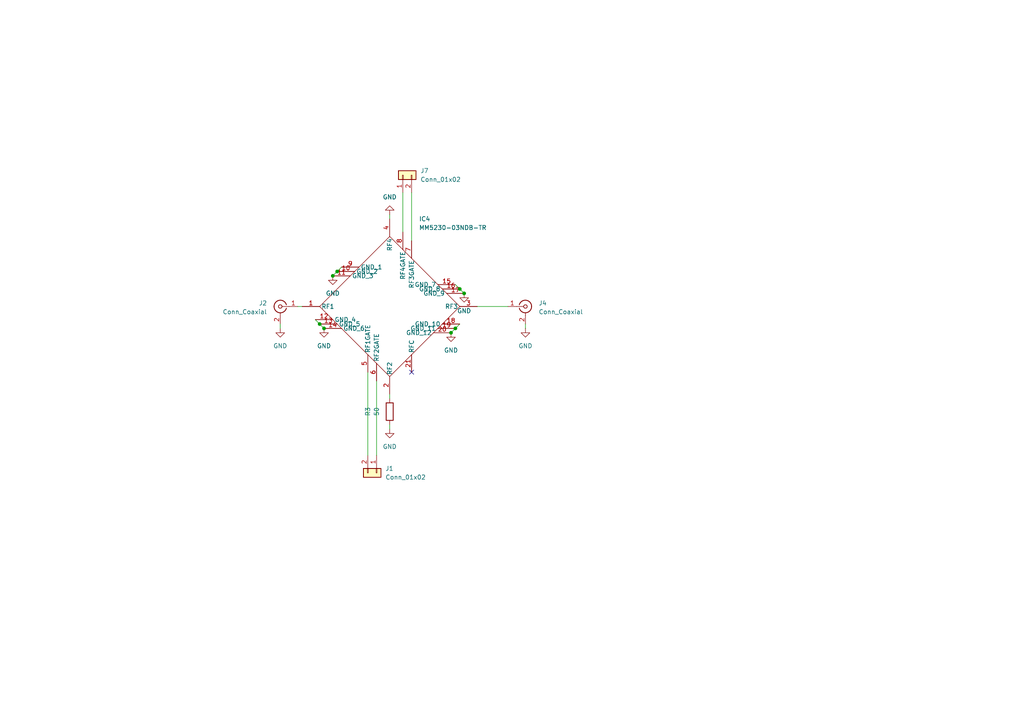
<source format=kicad_sch>
(kicad_sch (version 20250114) (generator "eeschema") (generator_version "9.0")
  (paper "A4")
  (lib_symbols
    (symbol "Connector:Conn_Coaxial" (pin_names (offset 1.016) (hide yes))
      (property "Reference" "J" (at 0.254 3.048 0))
      (property "Value" "Conn_Coaxial" (at 2.921 0 90))
      (symbol "Conn_Coaxial_0_1"
        (polyline (pts (xy -2.54 0) (xy -0.508 0)))
        (arc (start 1.778 0) (mid 0.222 -1.8079) (end -1.778 -0.508) (stroke (width 0.254)))
        (arc (start -1.778 0.508) (mid 0.2221 1.8084) (end 1.778 0) (stroke (width 0.254)))
        (circle (center 0 0) (radius 0.508) (stroke (width 0.2032)))
        (polyline (pts (xy 0 -2.54) (xy 0 -1.778)))
      )
      (symbol "Conn_Coaxial_1_1"
        (pin passive line (at -5.08 0 0) (length 2.54) (name "In") (number "1"))
        (pin passive line (at 0 -5.08 90) (length 2.54) (name "Ext") (number "2"))
      )
    )
    (symbol "Connector_Generic:Conn_01x02" (pin_names (offset 1.016) (hide yes))
      (property "Reference" "J" (at 0 2.54 0))
      (property "Value" "Conn_01x02" (at 0 -5.08 0))
      (symbol "Conn_01x02_1_1"
        (rectangle (start -1.27 1.27) (end 1.27 -3.81) (stroke (width 0.254)) (fill (type background)))
        (rectangle (start -1.27 0.127) (end 0 -0.127) (stroke (width 0.1524)))
        (rectangle (start -1.27 -2.413) (end 0 -2.667) (stroke (width 0.1524)))
        (pin passive line (at -5.08 0 0) (length 3.81) (name "Pin_1") (number "1"))
        (pin passive line (at -5.08 -2.54 0) (length 3.81) (name "Pin_2") (number "2"))
      )
    )
    (symbol "Device:R" (pin_numbers (hide yes)) (pin_names (offset 0))
      (property "Reference" "R" (at 2.032 0 90))
      (property "Value" "R" (at 0 0 90))
      (symbol "R_0_1"
        (rectangle (start -1.016 -2.54) (end 1.016 2.54) (stroke (width 0.254)))
      )
      (symbol "R_1_1"
        (pin passive line (at 0 3.81 270) (length 1.27) (name "~") (number "1"))
        (pin passive line (at 0 -3.81 90) (length 1.27) (name "~") (number "2"))
      )
    )
    (symbol "MM5230-03NDB-TR:MM5230-03NDB-TR"
      (property "Reference" "IC" (at 31.75 7.62 0))
      (property "Value" "MM5230-03NDB-TR" (at 31.75 5.08 0))
      (symbol "MM5230-03NDB-TR_0_1"
        (polyline (pts (xy 0 -20.32) (xy -20.32 0) (xy 0 20.32) (xy 20.32 0) (xy 0 -20.32)))
      )
      (symbol "MM5230-03NDB-TR_1_1"
        (pin passive line (at -25.4 0 0) (length 5.08) (name "RF1") (number "1"))
        (pin passive line (at -21.59 -3.81 0) (length 5.08) (name "GND_4") (number "12"))
        (pin passive line (at -20.32 -5.08 0) (length 5.08) (name "GND_5") (number "13"))
        (pin passive line (at -19.05 -6.35 0) (length 5.08) (name "GND_6") (number "14"))
        (pin passive line (at -16.51 8.89 0) (length 5.08) (name "GND_3") (number "11"))
        (pin passive line (at -15.24 10.16 0) (length 5.08) (name "GND_2") (number "10"))
        (pin passive line (at -13.97 11.43 0) (length 5.08) (name "GND_1") (number "9"))
        (pin passive line (at -6.35 -19.05 90) (length 5.08) (name "RF1GATE") (number "5"))
        (pin passive line (at -3.81 -21.59 90) (length 5.08) (name "RF2GATE") (number "6"))
        (pin passive line (at 0 25.4 270) (length 5.08) (name "RF4") (number "4"))
        (pin passive line (at 0 -25.4 90) (length 5.08) (name "RF2") (number "2"))
        (pin passive line (at 3.81 21.59 270) (length 5.08) (name "RF4GATE") (number "8"))
        (pin passive line (at 6.35 19.05 270) (length 5.08) (name "RF3GATE") (number "7"))
        (pin passive line (at 6.35 -19.05 90) (length 5.08) (name "RFC") (number "21"))
        (pin passive line (at 17.78 -7.62 180) (length 5.08) (name "GND_12") (number "20"))
        (pin passive line (at 19.05 6.35 180) (length 5.08) (name "GND_7") (number "15"))
        (pin passive line (at 19.05 -6.35 180) (length 5.08) (name "GND_11") (number "19"))
        (pin passive line (at 20.32 5.08 180) (length 5.08) (name "GND_8") (number "16"))
        (pin passive line (at 20.32 -5.08 180) (length 5.08) (name "GND_10") (number "18"))
        (pin passive line (at 21.59 3.81 180) (length 5.08) (name "GND_9") (number "17"))
        (pin passive line (at 25.4 0 180) (length 5.08) (name "RF3") (number "3"))
      )
    )
    (symbol "power:GND" (power) (pin_numbers (hide yes)) (pin_names (offset 0) (hide yes))
      (property "Value" "GND" (at 0 -3.81 0))
      (symbol "GND_0_1"
        (polyline (pts (xy 0 0) (xy 0 -1.27) (xy 1.27 -1.27) (xy 0 -2.54) (xy -1.27 -1.27) (xy 0 -1.27)))
      )
      (symbol "GND_1_1"
        (pin power_in line (at 0 0 270) (length 0) (name "~") (number "1"))
      )
    )
  )
  (junction (at 132.08 95.25))
  (junction (at 97.79 78.74))
  (junction (at 130.81 96.52))
  (junction (at 96.52 80.01))
  (junction (at 133.35 83.82))
  (junction (at 134.62 85.09))
  (junction (at 93.98 95.25))
  (junction (at 92.71 93.98))
  (no_connect (at 119.38 107.95))
  (wire (pts (xy 133.35 83.82) (xy 134.62 85.09)))
  (wire (pts (xy 106.68 107.95) (xy 106.68 132.08)))
  (wire (pts (xy 81.28 95.25) (xy 81.28 93.98)))
  (wire (pts (xy 97.79 78.74) (xy 99.06 77.47)))
  (wire (pts (xy 113.03 62.23) (xy 113.03 63.5)))
  (wire (pts (xy 152.4 95.25) (xy 152.4 93.98)))
  (wire (pts (xy 132.08 95.25) (xy 133.35 93.98)))
  (wire (pts (xy 96.52 80.01) (xy 97.79 78.74)))
  (wire (pts (xy 130.81 96.52) (xy 132.08 95.25)))
  (wire (pts (xy 113.03 123.19) (xy 113.03 124.46)))
  (wire (pts (xy 119.38 69.85) (xy 119.38 55.88)))
  (wire (pts (xy 132.08 82.55) (xy 133.35 83.82)))
  (wire (pts (xy 138.43 88.9) (xy 147.32 88.9)))
  (wire (pts (xy 116.84 55.88) (xy 116.84 67.31)))
  (wire (pts (xy 91.44 92.71) (xy 92.71 93.98)))
  (wire (pts (xy 92.71 93.98) (xy 93.98 95.25)))
  (wire (pts (xy 109.22 110.49) (xy 109.22 132.08)))
  (wire (pts (xy 86.36 88.9) (xy 87.63 88.9)))
  (wire (pts (xy 113.03 115.57) (xy 113.03 114.3)))
  (symbol (lib_id "Connector:Conn_Coaxial") (at 152.4 88.9 0) (unit 1)
    (property "Reference" "J4" (at 156.21 87.9231 0) (effects (justify left)))
    (property "Value" "Conn_Coaxial" (at 156.21 90.4631 0) (effects (justify left)))
    (property "Footprint" "Connector_Coaxial:SMA_Molex_73251-1153_EdgeMount_Horizontal" (effects (hide yes)))
    (property "Description" "coaxial connector (BNC, SMA, SMB, SMC, Cinch/RCA, LEMO, ...)" (effects (hide yes)))
  )
  (symbol (lib_id "Connector:Conn_Coaxial") (at 81.28 88.9 0) (mirror y) (unit 1)
    (property "Reference" "J2" (at 77.47 87.9231 0) (effects (justify left)))
    (property "Value" "Conn_Coaxial" (at 77.47 90.4631 0) (effects (justify left)))
    (property "Footprint" "Connector_Coaxial:SMA_Molex_73251-1153_EdgeMount_Horizontal" (effects (hide yes)))
    (property "Description" "coaxial connector (BNC, SMA, SMB, SMC, Cinch/RCA, LEMO, ...)" (effects (hide yes)))
  )
  (symbol (lib_id "power:GND") (at 130.81 96.52 0) (unit 1)
    (property "Reference" "#PWR07" (effects (hide yes)))
    (property "Value" "GND" (at 130.81 101.6 0))
    (property "Description" "Power symbol creates a global label with name \"GND\" , ground" (effects (hide yes)))
  )
  (symbol (lib_id "power:GND") (at 134.62 85.09 0) (unit 1)
    (property "Reference" "#PWR010" (effects (hide yes)))
    (property "Value" "GND" (at 134.62 90.17 0))
    (property "Description" "Power symbol creates a global label with name \"GND\" , ground" (effects (hide yes)))
  )
  (symbol (lib_id "Connector_Generic:Conn_01x02") (at 116.84 50.8 90) (unit 1)
    (property "Reference" "J7" (at 121.92 49.5299 90) (effects (justify right)))
    (property "Value" "Conn_01x02" (at 121.92 52.0699 90) (effects (justify right)))
    (property "Footprint" "Connector_PinHeader_2.54mm:PinHeader_1x02_P2.54mm_Vertical" (effects (hide yes)))
    (property "Description" "Generic connector, single row, 01x02, script generated (kicad-library-utils/schlib/autogen/connector/)" (effects (hide yes)))
  )
  (symbol (lib_id "power:GND") (at 93.98 95.25 0) (unit 1)
    (property "Reference" "#PWR08" (effects (hide yes)))
    (property "Value" "GND" (at 93.98 100.33 0))
    (property "Description" "Power symbol creates a global label with name \"GND\" , ground" (effects (hide yes)))
  )
  (symbol (lib_id "Connector_Generic:Conn_01x02") (at 109.22 137.16 270) (unit 1)
    (property "Reference" "J1" (at 111.76 135.8899 90) (effects (justify left)))
    (property "Value" "Conn_01x02" (at 111.76 138.4299 90) (effects (justify left)))
    (property "Footprint" "Connector_PinHeader_2.54mm:PinHeader_1x02_P2.54mm_Vertical" (effects (hide yes)))
    (property "Description" "Generic connector, single row, 01x02, script generated (kicad-library-utils/schlib/autogen/connector/)" (effects (hide yes)))
  )
  (symbol (lib_id "power:GND") (at 113.03 124.46 0) (unit 1)
    (property "Reference" "#PWR01" (effects (hide yes)))
    (property "Value" "GND" (at 113.03 129.54 0))
    (property "Description" "Power symbol creates a global label with name \"GND\" , ground" (effects (hide yes)))
  )
  (symbol (lib_id "MM5230-03NDB-TR:MM5230-03NDB-TR") (at 113.03 88.9 0) (unit 1)
    (property "Reference" "IC4" (at 121.5233 63.5 0) (effects (justify left)))
    (property "Value" "MM5230-03NDB-TR" (at 121.5233 66.04 0) (effects (justify left)))
    (property "Footprint" "mm5230:MM523003NDB" (effects (hide yes)))
    (property "Datasheet" "https://g.componentsearchengine.com/Datasheets/0/20432167.pdf" (effects (hide yes)))
    (property "Description" "DC to 26 GHz High Power RF Switch, Tape and Reel" (effects (hide yes)))
    (property "Height" "1.034" (effects (hide yes)))
    (property "Manufacturer_Name" "Menlo Microsystems, Inc." (effects (hide yes)))
    (property "Manufacturer_Part_Number" "MM5230-03NDB-TR" (effects (hide yes)))
  )
  (symbol (lib_id "power:GND") (at 96.52 80.01 0) (unit 1)
    (property "Reference" "#PWR09" (effects (hide yes)))
    (property "Value" "GND" (at 96.52 85.09 0))
    (property "Description" "Power symbol creates a global label with name \"GND\" , ground" (effects (hide yes)))
  )
  (symbol (lib_id "power:GND") (at 113.03 62.23 180) (unit 1)
    (property "Reference" "#PWR02" (effects (hide yes)))
    (property "Value" "GND" (at 113.03 57.15 0))
    (property "Description" "Power symbol creates a global label with name \"GND\" , ground" (effects (hide yes)))
  )
  (symbol (lib_id "Device:R") (at 113.03 119.38 180) (unit 1)
    (property "Reference" "R3" (at 106.68 119.38 90))
    (property "Value" "50" (at 109.22 119.38 90))
    (property "Footprint" "Resistor_SMD:R_0402_1005Metric" (effects (hide yes)))
    (property "Description" "Resistor" (effects (hide yes)))
  )
  (symbol (lib_id "power:GND") (at 152.4 95.25 0) (unit 1)
    (property "Reference" "#PWR026" (effects (hide yes)))
    (property "Value" "GND" (at 152.4 100.33 0))
    (property "Description" "Power symbol creates a global label with name \"GND\" , ground" (effects (hide yes)))
  )
  (symbol (lib_id "power:GND") (at 81.28 95.25 0) (unit 1)
    (property "Reference" "#PWR023" (effects (hide yes)))
    (property "Value" "GND" (at 81.28 100.33 0))
    (property "Description" "Power symbol creates a global label with name \"GND\" , ground" (effects (hide yes)))
  )
)
</source>
